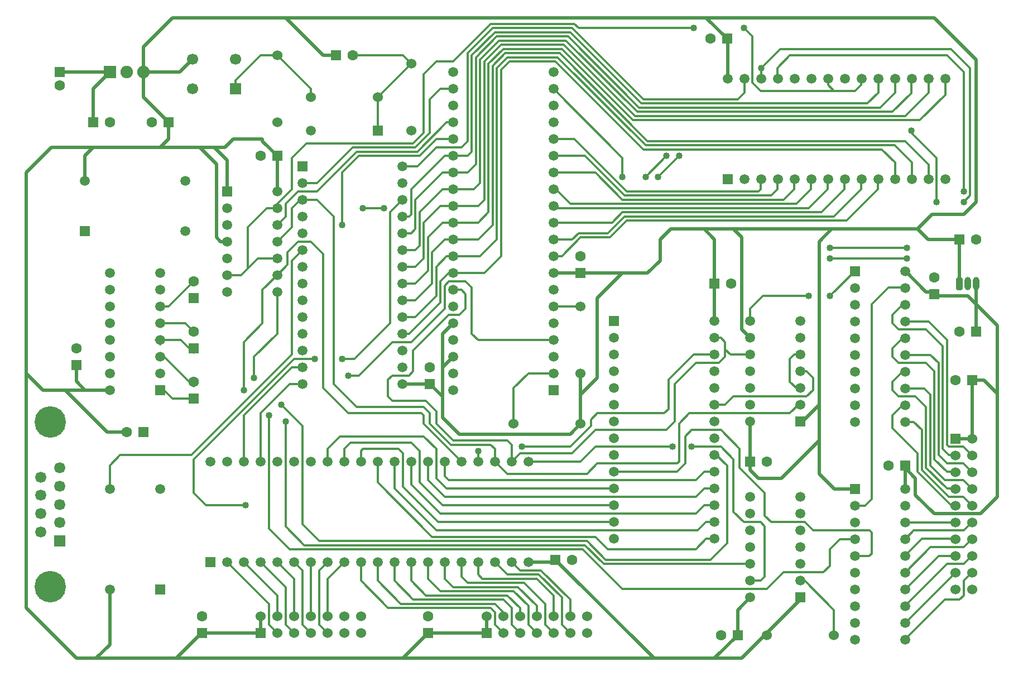
<source format=gbr>
G04 DipTrace 2.4.0.2*
%INTop.gbr*%
%MOIN*%
%ADD13C,0.013*%
%ADD14C,0.02*%
%ADD18C,0.063*%
%ADD19R,0.063X0.063*%
%ADD20R,0.0591X0.0591*%
%ADD21C,0.0591*%
%ADD22O,0.0394X0.0787*%
%ADD23R,0.0748X0.0748*%
%ADD24C,0.0748*%
%ADD25C,0.063*%
%ADD26R,0.0665X0.0665*%
%ADD27C,0.0665*%
%ADD28C,0.1874*%
%ADD29R,0.06X0.06*%
%ADD30C,0.06*%
%ADD31C,0.06*%
%ADD32R,0.0669X0.0669*%
%ADD33C,0.0669*%
%ADD34C,0.04*%
%FSLAX44Y44*%
G04*
G70*
G90*
G75*
G01*
%LNTop*%
%LPD*%
X32500Y25000D2*
D13*
X33000D1*
X34125Y26125D1*
X35875D1*
X36875Y27125D1*
X50000D1*
X51875Y29000D1*
Y29625D1*
X51900Y29600D1*
X17500Y18375D2*
X16875D1*
X14000Y15500D1*
Y12750D1*
X50500Y7100D2*
X51350D1*
X51500Y7250D1*
Y8500D1*
X51375Y8625D1*
X48000D1*
X47500Y9125D1*
X45500D1*
X45125Y9500D1*
Y10875D1*
X43625Y12375D1*
Y13500D1*
X42500Y14625D1*
X40750D1*
X40375Y14250D1*
Y12625D1*
X39875Y12125D1*
X36125D1*
X32500Y26000D2*
X33625D1*
X34000Y26375D1*
X35750D1*
X36750Y27375D1*
X49250D1*
X50875Y29000D1*
Y29625D1*
X50900Y29600D1*
X17500Y17375D2*
X16750D1*
X15000Y15625D1*
Y12750D1*
X32500Y27000D2*
X36000D1*
X36625Y27625D1*
X48500D1*
X49875Y29000D1*
Y29600D1*
X49900D1*
X32500Y28000D2*
Y27875D1*
X47750D1*
X48875Y29000D1*
Y29600D1*
X48900D1*
X32500Y29000D2*
Y29125D1*
X33500Y28125D1*
X47000D1*
X47875Y29000D1*
Y29600D1*
X47900D1*
X32500Y30000D2*
X35000D1*
X36625Y28375D1*
X46250D1*
X46875Y29000D1*
Y29600D1*
X46900D1*
X32500Y31000D2*
X34375D1*
X36750Y28625D1*
X45500D1*
X45875Y29000D1*
Y29600D1*
X45900D1*
X32500Y32000D2*
X33750D1*
X36875Y28875D1*
X44750D1*
X44875Y29000D1*
Y29600D1*
X44900D1*
X49000Y25500D2*
X53625D1*
X57000Y28875D2*
Y36000D1*
X56000Y37000D1*
X46625D1*
X45875Y36250D1*
Y35625D1*
X45900Y35600D1*
X38750Y29750D2*
X40000Y31000D1*
X36625Y29750D2*
Y30875D1*
X32500Y35000D1*
X42125Y16125D2*
X42750D1*
X43250Y16625D1*
X47625D1*
X48000Y17000D1*
Y17750D1*
X47625Y18125D1*
X47250D1*
X38000Y29750D2*
X39250Y31000D1*
X26500Y35000D2*
X25750D1*
X25125Y34375D1*
Y32375D1*
X24250Y31500D1*
X20500D1*
X18375Y29375D1*
X17500D1*
X44900Y35600D2*
Y36225D1*
X28000Y12750D2*
Y13375D1*
X30625Y13625D2*
X33500D1*
X34750Y14875D1*
Y15250D1*
X35125Y15625D1*
X39125D1*
X39375Y15875D1*
Y17625D1*
X40875Y19125D1*
X42125D1*
X49000Y24875D2*
X53625D1*
X57000Y28250D2*
X57375Y28625D1*
Y36250D1*
X56250Y37375D1*
X46050D1*
X44900Y36225D1*
X26500Y33000D2*
X26125D1*
X24375Y31250D1*
X20750D1*
X18375Y28875D1*
X17250D1*
X16500Y28125D1*
Y27375D1*
X16000Y26875D1*
X26500Y32000D2*
X25500D1*
X24500Y31000D1*
X20875D1*
X19875Y30000D1*
Y26875D1*
X9000Y17000D2*
Y17250D1*
X9750Y16500D1*
X11000D1*
X9000Y19000D2*
X9250D1*
X11000Y17250D1*
Y17500D1*
X9000Y20000D2*
Y19750D1*
X8750Y20000D1*
X10250D1*
X11000Y19250D1*
Y19500D1*
X9000Y21000D2*
X10500D1*
X11000Y20500D1*
X26500Y24000D2*
X26250D1*
X25750Y23500D1*
Y22250D1*
X23875Y20375D1*
X23484D1*
X52900Y29600D2*
Y30600D1*
X52125Y31375D1*
X37875D1*
X32625Y36625D1*
X29875D1*
X29375Y36125D1*
Y25000D1*
X28375Y24000D1*
X26500D1*
X36125Y11125D2*
X26125D1*
X25500Y11750D1*
Y13500D1*
X24750Y14250D1*
X19750D1*
X19000Y13500D1*
Y12750D1*
X26500Y25000D2*
X26125D1*
X25500Y24375D1*
Y22625D1*
X24250Y21375D1*
X23484D1*
X53900Y29600D2*
Y30600D1*
X52875Y31625D1*
X38000D1*
X32750Y36875D1*
X29750D1*
X29125Y36250D1*
Y26000D1*
X28125Y25000D1*
X26500D1*
X36125Y10125D2*
X25875D1*
X24500Y11500D1*
Y13375D1*
X24000Y13875D1*
X20375D1*
X20000Y13500D1*
Y12750D1*
X26500Y26000D2*
X26000D1*
X25250Y25250D1*
Y23375D1*
X24250Y22375D1*
X23484D1*
X54900Y29600D2*
Y30475D1*
X53500Y31875D1*
X38125D1*
X32875Y37125D1*
X29625D1*
X28875Y36375D1*
Y26875D1*
X28000Y26000D1*
X26500D1*
X36125Y9125D2*
X25625D1*
X23500Y11250D1*
Y13250D1*
X23250Y13500D1*
X21125D1*
X21000Y13375D1*
Y12750D1*
X26500Y27000D2*
X25875D1*
X25000Y26125D1*
Y24125D1*
X24250Y23375D1*
X23484D1*
X55900Y35600D2*
Y34650D1*
X54375Y33125D1*
X37250D1*
X33000Y37375D1*
X29500D1*
X28625Y36500D1*
Y27625D1*
X28000Y27000D1*
X26500D1*
X42125Y8125D2*
X41625D1*
X41000Y7500D1*
X35750D1*
X35000Y8250D1*
X25250D1*
X22000Y11500D1*
Y12750D1*
X26500Y28000D2*
X25750D1*
X24750Y27000D1*
Y24875D1*
X24250Y24375D1*
X23484D1*
X54900Y35600D2*
Y34775D1*
X53500Y33375D1*
X37375D1*
X33125Y37625D1*
X29375D1*
X28375Y36625D1*
Y28375D1*
X28000Y28000D1*
X26500D1*
X42125Y9125D2*
X41625D1*
X41125Y8625D1*
X25500D1*
X23000Y11125D1*
Y12750D1*
X26500Y29000D2*
X25875D1*
X24500Y27625D1*
Y25625D1*
X24250Y25375D1*
X23484D1*
X53900Y35600D2*
X53875D1*
Y34750D1*
X52750Y33625D1*
X37500D1*
X33250Y37875D1*
X29250D1*
X28125Y36750D1*
Y29375D1*
X27750Y29000D1*
X26500D1*
X42125Y10125D2*
X41500D1*
X41000Y9625D1*
X25750D1*
X24000Y11375D1*
Y12750D1*
X53875Y32500D2*
Y32375D1*
X55375Y30875D1*
Y28250D1*
X26500Y30000D2*
X25875D1*
X24250Y28375D1*
Y26625D1*
X24000Y26375D1*
X23484D1*
X52900Y35600D2*
Y34775D1*
X52000Y33875D1*
X37625D1*
X33375Y38125D1*
X29125D1*
X27875Y36875D1*
Y30500D1*
X27375Y30000D1*
X26500D1*
X42125Y11125D2*
X41500D1*
X41000Y10625D1*
X26000D1*
X25000Y11625D1*
Y12750D1*
X26500Y31000D2*
X26000D1*
X24000Y29000D1*
Y27500D1*
X23875Y27375D1*
X23484D1*
X51900Y35600D2*
Y34775D1*
X51250Y34125D1*
X37750D1*
X33500Y38375D1*
X29000D1*
X27625Y37000D1*
Y31250D1*
X27375Y31000D1*
X26500D1*
X42125Y12125D2*
X41500D1*
X41000Y11625D1*
X26250D1*
X26000Y11875D1*
Y12750D1*
X53500Y9100D2*
X56500D1*
X53500Y22100D2*
X53350D1*
X52750Y21500D1*
Y21000D1*
X53125Y20625D1*
X54750D1*
X55750Y19625D1*
Y13500D1*
X56125Y13125D1*
X56475D1*
X56500Y13100D1*
X53500Y21100D2*
X54900D1*
X56000Y20000D1*
Y13750D1*
X56125Y13625D1*
X56975D1*
X57500Y13100D1*
X53500Y20100D2*
X53350D1*
X52750Y19500D1*
Y19000D1*
X53125Y18625D1*
X54750D1*
X55250Y18125D1*
Y12875D1*
X56000Y12125D1*
X56475D1*
X56500Y12100D1*
X53500Y19100D2*
X55025D1*
X55500Y18625D1*
Y13125D1*
X56000Y12625D1*
X56975D1*
X57500Y12100D1*
X53500Y18100D2*
X53350D1*
X52750Y17500D1*
Y17000D1*
X53125Y16625D1*
X54125D1*
X54750Y16000D1*
Y12375D1*
X56000Y11125D1*
X56475D1*
X56500Y11100D1*
X53500Y17100D2*
X54650D1*
X55000Y16750D1*
Y12500D1*
X55875Y11625D1*
X56975D1*
X57500Y11100D1*
X53500Y16100D2*
X53350D1*
X52750Y15500D1*
Y14750D1*
X54250Y13250D1*
Y12125D1*
X56250Y10125D1*
X56475D1*
X56500Y10100D1*
X53500Y15100D2*
X54025D1*
X54500Y14625D1*
Y12250D1*
X56125Y10625D1*
X56975D1*
X57500Y10100D1*
Y8100D2*
X57475D1*
X57000Y7625D1*
X55025D1*
X53500Y6100D1*
X57500Y7100D2*
X57475D1*
X57000Y6625D1*
X56000D1*
X53475Y4100D1*
X53500D1*
X56500Y6100D2*
X53500Y3100D1*
X57500Y6100D2*
X57475D1*
X57000Y5625D1*
Y4750D1*
X56750Y4500D1*
X55875D1*
X53475Y2100D1*
X53500D1*
Y7100D2*
Y7125D1*
X54500Y8125D1*
X56475D1*
X56500Y8100D1*
Y7100D2*
X55500D1*
X53500Y5100D1*
X57500Y9100D2*
X57475D1*
X57000Y8625D1*
X54025D1*
X53500Y8100D1*
X50500Y10100D2*
X51100D1*
X51500Y10500D1*
Y22125D1*
X52500Y23125D1*
X53525D1*
X53500Y23100D1*
X16000Y25875D2*
X16875Y26750D1*
Y27875D1*
X17375Y28375D1*
X17500D1*
X47250Y16125D2*
Y16250D1*
X46625Y15625D1*
X40625D1*
X40000Y15000D1*
Y12750D1*
X39875Y12625D1*
X35125D1*
X34500Y12000D1*
X29750D1*
X29000Y12750D1*
Y13500D1*
X28750Y13750D1*
X26375D1*
X25125Y15000D1*
Y15625D1*
X24750Y16000D1*
X20750D1*
X19375Y17375D1*
Y27375D1*
X18375Y28375D1*
X17500D1*
X47250Y17125D2*
X47000D1*
X46625Y17500D1*
Y18875D1*
X46875Y19125D1*
X47250D1*
X44250Y6625D2*
X35500D1*
X34375Y7750D1*
X17625D1*
X16500Y8875D1*
Y15125D1*
X20250Y17875D2*
X20875D1*
X22875Y19875D1*
X24000D1*
X26000Y21875D1*
Y23250D1*
X26250Y23500D1*
X27250D1*
X27625Y23125D1*
Y20375D1*
X28000Y20000D1*
X32500D1*
X47250Y5625D2*
X47500D1*
X49250Y3875D1*
Y2375D1*
X14125Y10125D2*
X11750D1*
X11000Y10875D1*
Y12875D1*
X17000Y18875D1*
X18250D1*
X19875D2*
X20625D1*
X22750Y21000D1*
Y27641D1*
X23484Y28375D1*
X31000Y12750D2*
X34125D1*
X35000Y13625D1*
X39625D1*
X40750D2*
X42500D1*
X43250Y12875D1*
Y9750D1*
X43875Y9125D1*
X44875D1*
X45125Y8875D1*
Y5875D1*
X44875Y5625D1*
X44250D1*
X16000Y2500D2*
X15500Y3000D1*
Y4250D1*
X13000Y6750D1*
X14000D2*
X16000Y4750D1*
Y3500D1*
X17000Y2500D2*
X16500Y3000D1*
Y5250D1*
X15000Y6750D1*
X16000D2*
X17000Y5750D1*
Y3500D1*
X18000Y2500D2*
X17500Y3000D1*
Y6250D1*
X17000Y6750D1*
X18000D2*
Y3500D1*
X19000Y2500D2*
X18500Y3000D1*
Y6250D1*
X19000Y6750D1*
X20000D2*
X19000Y5750D1*
Y3500D1*
X29500Y2500D2*
X29000Y3000D1*
Y3750D1*
X28750Y4000D1*
X22625D1*
X21000Y5625D1*
Y6750D1*
X29500Y3500D2*
Y3750D1*
X29000Y4250D1*
X23375D1*
X22000Y5625D1*
Y6750D1*
X30500Y2500D2*
X30000Y3000D1*
Y4000D1*
X29500Y4500D1*
X24125D1*
X23000Y5625D1*
Y6750D1*
X30500Y3500D2*
Y4000D1*
X29750Y4750D1*
X24875D1*
X24000Y5625D1*
Y6750D1*
X31500Y2500D2*
X31000Y3000D1*
Y4125D1*
X30125Y5000D1*
X25750D1*
X25000Y5750D1*
Y6750D1*
X31500Y3500D2*
Y4125D1*
X30375Y5250D1*
X26500D1*
X26000Y5750D1*
Y6750D1*
X32500Y2500D2*
X32000Y3000D1*
Y4250D1*
X30750Y5500D1*
X27375D1*
X27000Y5875D1*
Y6750D1*
X32500Y3500D2*
Y4750D1*
X31500Y5750D1*
X28250D1*
X28000Y6000D1*
Y6750D1*
X33500Y2500D2*
X33000Y3000D1*
Y4625D1*
X31625Y6000D1*
X29750D1*
X29000Y6750D1*
X33500Y3500D2*
Y4500D1*
X31750Y6250D1*
X30500D1*
X30000Y6750D1*
X34125Y22000D2*
X32500D1*
X27000Y12750D2*
X24750Y15000D1*
Y15500D1*
X24625Y15625D1*
X20250D1*
X18750Y17125D1*
Y25125D1*
X18000Y25875D1*
X17250D1*
X16625Y25250D1*
Y24500D1*
X16000Y23875D1*
X50500Y8100D2*
X49600D1*
X49000Y7500D1*
Y6500D1*
X48625Y6125D1*
X46250D1*
X45250Y5125D1*
X36625D1*
X34250Y7500D1*
X16750D1*
X15500Y8750D1*
Y15500D1*
X14000Y17000D2*
Y19875D1*
X15125Y21000D1*
Y23000D1*
X16000Y23875D1*
X8000Y36000D2*
D14*
X10169D1*
X10941Y36772D1*
X8000Y36000D2*
Y34500D1*
X9500Y33000D1*
X6000Y17000D2*
X4527D1*
X3347D1*
X2000D1*
X1000Y18000D1*
Y30000D1*
X2500Y31500D1*
X5002D1*
X9000D1*
X9500Y32000D1*
Y33000D1*
X4000Y18500D2*
Y17527D1*
X4527Y17000D1*
X25000Y2500D2*
X28500D1*
Y3500D1*
X4500Y29500D2*
Y30998D1*
X5002Y31500D1*
X42125Y23375D2*
Y21125D1*
X31000Y6750D2*
X32625D1*
Y6875D1*
X42875Y38000D2*
X42900D1*
Y35600D1*
X56750Y26000D2*
Y23375D1*
X8000Y36000D2*
Y37500D1*
X9750Y39250D1*
X16500D1*
X18750Y37000D1*
X19500D1*
X16500Y39250D2*
X41625D1*
X42875Y38000D1*
X42125Y23375D2*
Y26000D1*
X41500Y26625D1*
X43250D1*
X49115D1*
X54250D1*
X55125Y27500D1*
X57000D1*
X57750Y28250D1*
Y36750D1*
X55250Y39250D1*
X41625D1*
X1000Y18000D2*
Y4000D1*
X4000Y1000D1*
X5180D1*
X9973D1*
X23500D1*
X23576Y1076D1*
X25000Y2500D1*
X11500D2*
X11473D1*
X9973Y1000D1*
X23576Y1076D2*
Y1000D1*
X38500D1*
X42125D1*
X43500Y2375D1*
X6000Y5100D2*
Y1820D1*
X5180Y1000D1*
X7000Y14500D2*
X5847D1*
X3347Y17000D1*
X32625Y6875D2*
X38500Y1000D1*
X34125Y18000D2*
Y16750D1*
Y15000D1*
X16000Y31000D2*
Y28875D1*
X9000Y31500D2*
X11374D1*
X12247D1*
X12875D1*
X13375Y32000D1*
X15125D1*
Y31875D1*
X16000Y31000D1*
X15000Y3500D2*
Y2500D1*
X11500D2*
X15000D1*
X13000Y28875D2*
Y30747D1*
X12247Y31500D1*
X13000Y25875D2*
X12625D1*
X12375Y26125D1*
Y30499D1*
X11374Y31500D1*
X32500Y24000D2*
X34125D1*
X36625D1*
X38125D1*
X38875Y24750D1*
Y26000D1*
X39500Y26625D1*
X41500D1*
X56750Y26000D2*
X54875D1*
X54250Y26625D1*
X43500Y2375D2*
Y3875D1*
X44250Y4625D1*
Y12750D2*
Y15125D1*
X45250Y2375D2*
X45125D1*
X44750Y2000D1*
X47250Y4500D1*
Y4625D1*
X42125Y1000D2*
X43750D1*
X44750Y2000D1*
X47250Y15125D2*
X47375D1*
X48375Y16125D1*
Y25885D1*
X49115Y26625D1*
X48375Y16125D2*
Y13999D1*
Y12000D1*
X49275Y11100D1*
X50500D1*
X44250Y12750D2*
Y12250D1*
X44750Y11750D1*
X46126D1*
X48375Y13999D1*
X34125Y16750D2*
X35125Y17750D1*
Y22500D1*
X36625Y24000D1*
X25125Y17375D2*
X23484D1*
X25125D2*
X25875Y16625D1*
Y15375D1*
X26875Y14375D1*
X33500D1*
X34125Y15000D1*
X26500Y21000D2*
X26625D1*
X26500Y21125D1*
Y20875D1*
X26375D1*
X25875Y20375D1*
Y18375D1*
X26500Y19000D1*
X25875Y16625D2*
Y18375D1*
X44250Y20125D2*
X43750Y20625D1*
Y26125D1*
X43250Y26625D1*
X57750Y23375D2*
Y22125D1*
Y20500D1*
X53500Y12500D2*
Y11100D1*
X55250Y22750D2*
Y22875D1*
X54750D1*
X53500Y24125D1*
Y24100D1*
X55250Y22875D2*
X55500Y22625D1*
X57250D1*
X57750Y22125D1*
X53500Y12500D2*
X53375D1*
X54125Y11750D1*
Y10750D1*
X55250Y9625D1*
X58000D1*
X59000Y10625D1*
Y16812D1*
Y20875D1*
X57750Y22125D1*
X57500Y17600D2*
Y14100D1*
X56500D1*
X57500Y17600D2*
X58212D1*
X59000Y16812D1*
X42125Y13125D2*
D13*
Y13250D1*
X42875Y12500D1*
Y7875D1*
X41875Y6875D1*
X35625D1*
X34500Y8000D1*
X18500D1*
X17500Y9000D1*
Y14875D1*
X16250Y16125D1*
X14625Y17750D2*
Y19000D1*
X16000Y20375D1*
Y22875D1*
X32500Y18000D2*
X31000D1*
X30125Y17125D1*
Y15000D1*
X22375Y27875D2*
X21125D1*
X13000Y23875D2*
X13858D1*
X14250Y24267D1*
X14858Y24875D1*
X16000D1*
Y27875D2*
X15375D1*
X14250Y26750D1*
Y24267D1*
X48900Y35600D2*
Y35225D1*
X49250Y34875D1*
X50500D1*
X50875Y35250D1*
Y35575D1*
X50900Y35600D1*
X16000Y27875D2*
Y28125D1*
X16875Y29000D1*
Y30875D1*
X17750Y31750D1*
X24125D1*
X24750Y32375D1*
Y35875D1*
X25498Y36623D1*
X26498D1*
X28750Y38875D1*
X33750D1*
X34000Y38625D1*
X40875D1*
X43875D2*
X44375Y38125D1*
Y35375D1*
X44875Y34875D1*
X49250D1*
X13500Y35000D2*
Y35500D1*
X15000Y37000D1*
X16000D1*
X18000Y35000D1*
Y34500D1*
X20500Y37000D2*
X23500D1*
X24000Y36500D1*
X22000Y34500D2*
Y32500D1*
Y34500D2*
X24000Y36500D1*
X43900Y35600D2*
Y34775D1*
X43500Y34375D1*
X37875D1*
X33625Y38625D1*
X28875D1*
X27375Y37125D1*
Y31875D1*
X27000Y31500D1*
X25500D1*
X24375Y30375D1*
X23484D1*
X30000Y12750D2*
X30500Y13250D1*
X33625D1*
X35000Y14625D1*
X39250D1*
X39750Y15125D1*
Y17375D1*
X41000Y18625D1*
X42375D1*
X42750Y19000D1*
Y19441D1*
Y19875D1*
X42500Y20125D1*
X42125D1*
X30000Y12750D2*
Y13750D1*
X29750Y14000D1*
X26500D1*
X25500Y15000D1*
Y15750D1*
X24875Y16375D1*
X22875D1*
X22625Y16625D1*
Y17625D1*
X22875Y17875D1*
X23875D1*
X24125Y18125D1*
Y19375D1*
X26250Y21500D1*
X26875D1*
X27250Y21875D1*
Y22750D1*
X27000Y23000D1*
X26500D1*
X44250Y19125D2*
X43066D1*
X42750Y19441D1*
X44250Y21125D2*
Y21875D1*
X45000Y22625D1*
X47750D1*
X49000D2*
X49025D1*
X50500Y24100D1*
X9000Y22000D2*
X9500D1*
X11000Y23500D1*
X3000Y36000D2*
D14*
X6000D1*
X5000Y33000D2*
Y35000D1*
X6000Y36000D1*
X17500Y25375D2*
D13*
X16875Y24750D1*
Y19125D1*
X10875Y13125D1*
X6625D1*
X6000Y12500D1*
Y11100D1*
D34*
X49000Y25500D3*
X53625D3*
X57000Y28875D3*
X38750Y29750D3*
X40000Y31000D3*
X36625Y29750D3*
X38000D3*
X39250Y31000D3*
X44900Y36225D3*
X28000Y13375D3*
X30625Y13625D3*
X49000Y24875D3*
X53625D3*
X57000Y28250D3*
X19875Y26875D3*
X53875Y32500D3*
X55375Y28250D3*
X16500Y15125D3*
X20250Y17875D3*
X14125Y10125D3*
X18250Y18875D3*
X19875D3*
X39625Y13625D3*
X40750D3*
X15500Y15500D3*
X14000Y17000D3*
X16250Y16125D3*
X14625Y17750D3*
X22375Y27875D3*
X21125D3*
X40875Y38625D3*
X43875D3*
X47750Y22625D3*
X49000D3*
D18*
X34125Y25000D3*
D19*
Y24000D3*
D18*
X33625Y6875D3*
D19*
X32625D3*
D18*
X25125Y18375D3*
D19*
Y17375D3*
D18*
X41875Y38000D3*
D19*
X42875D3*
D18*
X43125Y23375D3*
D19*
X42125D3*
D18*
X15000Y31000D3*
D19*
X16000D3*
D18*
X45250Y12750D3*
D19*
X44250D3*
D18*
X57750Y26000D3*
D19*
X56750D3*
D18*
X52500Y12500D3*
D19*
X53500D3*
D18*
X55250Y23750D3*
D19*
Y22750D3*
D18*
X7000Y14500D3*
D19*
X8000D3*
D18*
X42500Y2375D3*
D19*
X43500D3*
D18*
X6000Y33000D3*
D19*
X5000D3*
D18*
X11500Y3500D3*
D19*
Y2500D3*
D18*
X25000Y3500D3*
D19*
Y2500D3*
D18*
X56500Y17600D3*
D19*
X57500D3*
D18*
X20500Y37000D3*
D19*
X19500D3*
D18*
X4000Y19500D3*
D19*
Y18500D3*
D18*
X11000Y17500D3*
D19*
Y16500D3*
D18*
Y20500D3*
D19*
Y19500D3*
D18*
Y23500D3*
D19*
Y22500D3*
D18*
X8500Y33000D3*
D19*
X9500D3*
D18*
X56750Y20500D3*
D19*
X57750D3*
D20*
X22000Y32500D3*
D21*
X18024D3*
D20*
X32500Y17000D3*
D21*
Y18000D3*
Y19000D3*
Y20000D3*
Y21000D3*
Y22000D3*
Y23000D3*
Y24000D3*
Y25000D3*
Y26000D3*
Y27000D3*
Y28000D3*
Y29000D3*
Y30000D3*
Y31000D3*
Y32000D3*
Y33000D3*
Y34000D3*
Y35000D3*
Y36000D3*
X26500D3*
Y35000D3*
Y34000D3*
Y33000D3*
Y32000D3*
Y31000D3*
Y30000D3*
Y29000D3*
Y28000D3*
Y27000D3*
Y26000D3*
Y25000D3*
Y24000D3*
Y23000D3*
Y22000D3*
Y21000D3*
Y20000D3*
Y19000D3*
Y18000D3*
Y17000D3*
D20*
X12000Y6750D3*
D21*
X13000D3*
X14000D3*
X15000D3*
X16000D3*
X17000D3*
X18000D3*
X19000D3*
X20000D3*
X21000D3*
X22000D3*
X23000D3*
X24000D3*
X25000D3*
X26000D3*
X27000D3*
X28000D3*
X29000D3*
X30000D3*
X31000D3*
Y12750D3*
X30000D3*
X29000D3*
X28000D3*
X27000D3*
X26000D3*
X25000D3*
X24000D3*
X23000D3*
X22000D3*
X21000D3*
X20000D3*
X19000D3*
X18000D3*
X17000D3*
X16000D3*
X15000D3*
X14000D3*
X13000D3*
X12000D3*
D20*
X17500Y30375D3*
D21*
Y29375D3*
Y28375D3*
Y27375D3*
Y26375D3*
Y25375D3*
Y24375D3*
Y23375D3*
Y22375D3*
Y21375D3*
Y20375D3*
Y19375D3*
Y18375D3*
Y17375D3*
X23484D3*
Y18375D3*
Y19375D3*
Y20375D3*
Y21375D3*
Y22375D3*
Y23375D3*
Y24375D3*
Y25375D3*
Y26375D3*
Y27375D3*
Y28375D3*
Y29375D3*
Y30375D3*
D20*
X42900Y29600D3*
D21*
X43900D3*
X44900D3*
X45900D3*
X46900D3*
X47900D3*
X48900D3*
X49900D3*
X50900D3*
X51900D3*
X52900D3*
X53900D3*
X54900D3*
X55900D3*
Y35600D3*
X54900D3*
X53900D3*
X52900D3*
X51900D3*
X50900D3*
X49900D3*
X48900D3*
X47900D3*
X46900D3*
X45900D3*
X44900D3*
X43900D3*
X42900D3*
D20*
X36125Y21125D3*
D21*
Y20125D3*
Y19125D3*
Y18125D3*
Y17125D3*
Y16125D3*
Y15125D3*
Y14125D3*
Y13125D3*
Y12125D3*
Y11125D3*
Y10125D3*
Y9125D3*
Y8125D3*
X42125D3*
Y9125D3*
Y10125D3*
Y11125D3*
Y12125D3*
Y13125D3*
Y14125D3*
Y15125D3*
Y16125D3*
Y17125D3*
Y18125D3*
Y19125D3*
Y20125D3*
Y21125D3*
D20*
X13000Y28875D3*
D21*
Y27875D3*
Y26875D3*
Y25875D3*
Y24875D3*
Y23875D3*
Y22875D3*
X16000D3*
Y23875D3*
Y24875D3*
Y25875D3*
Y26875D3*
Y27875D3*
Y28875D3*
D20*
X47250Y15125D3*
D21*
Y16125D3*
Y17125D3*
Y18125D3*
Y19125D3*
Y20125D3*
Y21125D3*
X44250D3*
Y20125D3*
Y19125D3*
Y18125D3*
Y17125D3*
Y16125D3*
Y15125D3*
G36*
X56553Y23080D2*
X56652Y22981D1*
X56848D1*
X56947Y23080D1*
Y23670D1*
X56848Y23769D1*
X56652D1*
X56553Y23670D1*
Y23080D1*
G37*
D22*
X57250Y23375D3*
X57750D3*
D20*
X50500Y11100D3*
D21*
Y10100D3*
Y9100D3*
Y8100D3*
Y7100D3*
Y6100D3*
Y5100D3*
Y4100D3*
Y3100D3*
Y2100D3*
X53500Y11100D3*
Y10100D3*
Y9100D3*
Y8100D3*
Y7100D3*
Y6100D3*
Y5100D3*
Y4100D3*
Y3100D3*
Y2100D3*
D20*
X50500Y24100D3*
D21*
Y23100D3*
Y22100D3*
Y21100D3*
Y20100D3*
Y19100D3*
Y18100D3*
Y17100D3*
Y16100D3*
Y15100D3*
X53500Y24100D3*
Y23100D3*
Y22100D3*
Y21100D3*
Y20100D3*
Y19100D3*
Y18100D3*
Y17100D3*
Y16100D3*
Y15100D3*
D20*
X9000Y17000D3*
D21*
Y18000D3*
Y19000D3*
Y20000D3*
Y21000D3*
Y22000D3*
Y23000D3*
Y24000D3*
X6000D3*
Y23000D3*
Y22000D3*
Y21000D3*
Y20000D3*
Y19000D3*
Y18000D3*
Y17000D3*
D20*
X47250Y4625D3*
D21*
Y5625D3*
Y6625D3*
Y7625D3*
Y8625D3*
Y9625D3*
Y10625D3*
X44250D3*
Y9625D3*
Y8625D3*
Y7625D3*
Y6625D3*
Y5625D3*
Y4625D3*
D23*
X6000Y36000D3*
D24*
X7000D3*
X8000D3*
D19*
X3000D3*
D25*
Y35213D3*
D26*
Y8000D3*
D27*
Y9091D3*
Y10181D3*
Y11272D3*
Y12362D3*
X1882Y8545D3*
Y9636D3*
Y10726D3*
Y11817D3*
D28*
X2441Y5262D3*
Y15100D3*
D29*
X15000Y2500D3*
D30*
X16000D3*
X17000D3*
X18000D3*
X19000D3*
X20000D3*
X21000D3*
Y3500D3*
X20000D3*
X19000D3*
X18000D3*
X17000D3*
X16000D3*
X15000D3*
D29*
X28500Y2500D3*
D30*
X29500D3*
X30500D3*
X31500D3*
X32500D3*
X33500D3*
X34500D3*
Y3500D3*
X33500D3*
X32500D3*
X31500D3*
X30500D3*
X29500D3*
X28500D3*
D29*
X56500Y14100D3*
D30*
Y13100D3*
Y12100D3*
Y11100D3*
Y10100D3*
Y9100D3*
Y8100D3*
Y7100D3*
Y6100D3*
Y5100D3*
X57500D3*
Y6100D3*
Y7100D3*
Y8100D3*
Y9100D3*
Y10100D3*
Y11100D3*
Y12100D3*
Y13100D3*
Y14100D3*
X16000Y37000D3*
D31*
Y33000D3*
D30*
X22000Y34500D3*
D31*
X18000D3*
D30*
X24000Y32500D3*
D31*
Y36500D3*
D30*
X34125Y15000D3*
D31*
X30125D3*
D30*
X34125Y18000D3*
D31*
Y22000D3*
D30*
X45250Y2375D3*
D31*
X49250D3*
D32*
X13500Y35000D3*
D33*
Y36772D3*
X10941D3*
Y35000D3*
D20*
X4500Y26500D3*
D21*
X10500D3*
Y29500D3*
X4500D3*
D20*
X9000Y5100D3*
D21*
Y11100D3*
X6000D3*
Y5100D3*
M02*

</source>
